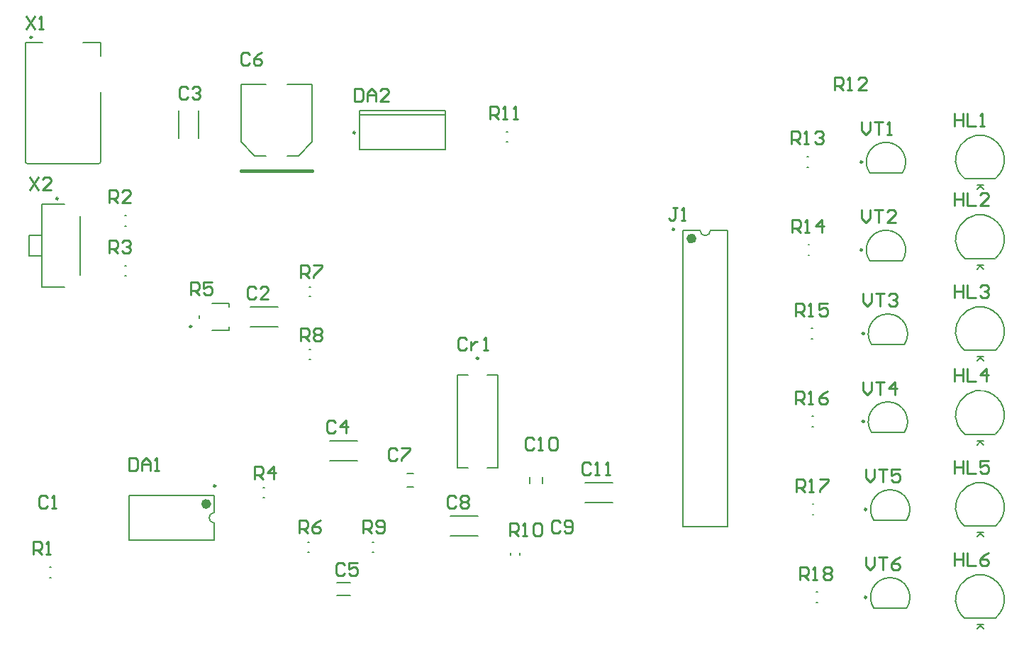
<source format=gto>
G04*
G04 #@! TF.GenerationSoftware,Altium Limited,Altium Designer,21.2.2 (38)*
G04*
G04 Layer_Color=65535*
%FSLAX25Y25*%
%MOIN*%
G70*
G04*
G04 #@! TF.SameCoordinates,D655011B-D58E-49C3-9971-1785A8161550*
G04*
G04*
G04 #@! TF.FilePolarity,Positive*
G04*
G01*
G75*
%ADD10C,0.00984*%
%ADD11C,0.00787*%
%ADD12C,0.02362*%
%ADD13C,0.01575*%
%ADD14C,0.00600*%
%ADD15C,0.01000*%
D10*
X48484Y338189D02*
G03*
X48484Y338189I-492J0D01*
G01*
X60787Y262303D02*
G03*
X60787Y262303I-492J0D01*
G01*
X200453Y293307D02*
G03*
X200453Y293307I-492J0D01*
G01*
X438760Y279528D02*
G03*
X438760Y279528I-492J0D01*
G01*
X350413Y247874D02*
G03*
X350413Y247874I-492J0D01*
G01*
X123524Y202165D02*
G03*
X123524Y202165I-492J0D01*
G01*
X438760Y238189D02*
G03*
X438760Y238189I-492J0D01*
G01*
X258366Y187205D02*
G03*
X258366Y187205I-492J0D01*
G01*
X439665Y198819D02*
G03*
X439665Y198819I-492J0D01*
G01*
Y157480D02*
G03*
X439665Y157480I-492J0D01*
G01*
X134783Y127205D02*
G03*
X134783Y127205I-492J0D01*
G01*
X440728Y116142D02*
G03*
X440728Y116142I-492J0D01*
G01*
Y74803D02*
G03*
X440728Y74803I-492J0D01*
G01*
D11*
X45276Y279724D02*
G03*
X46260Y278739I984J0D01*
G01*
X79724D02*
G03*
X80709Y279724I0J984D01*
G01*
X500679Y289918D02*
G03*
X486836Y271777I-6584J-9328D01*
G01*
X501404Y271820D02*
G03*
X500078Y290314I-7309J8771D01*
G01*
X457496Y274271D02*
G03*
X442269Y274270I-7614J5257D01*
G01*
X362421Y247441D02*
G03*
X367421Y247441I2500J0D01*
G01*
X500679Y252517D02*
G03*
X486836Y234376I-6584J-9328D01*
G01*
X501404Y234418D02*
G03*
X500078Y252913I-7309J8771D01*
G01*
X457496Y232932D02*
G03*
X442269Y232931I-7614J5257D01*
G01*
X500679Y209209D02*
G03*
X486836Y191069I-6584J-9328D01*
G01*
X501404Y191111D02*
G03*
X500078Y209606I-7309J8771D01*
G01*
X458401Y193562D02*
G03*
X443175Y193561I-7614J5257D01*
G01*
X500679Y169839D02*
G03*
X486836Y151698I-6584J-9328D01*
G01*
X501404Y151741D02*
G03*
X500078Y170235I-7309J8771D01*
G01*
X458401Y152224D02*
G03*
X443175Y152223I-7614J5257D01*
G01*
X134252Y114705D02*
G03*
X134252Y109705I0J-2500D01*
G01*
X500679Y126532D02*
G03*
X486836Y108391I-6584J-9328D01*
G01*
X501404Y108434D02*
G03*
X500078Y126928I-7309J8771D01*
G01*
X459464Y110885D02*
G03*
X444238Y110884I-7614J5257D01*
G01*
X500679Y83225D02*
G03*
X486836Y65084I-6584J-9328D01*
G01*
X501404Y65127D02*
G03*
X500078Y83621I-7309J8771D01*
G01*
X459464Y69547D02*
G03*
X444238Y69545I-7614J5257D01*
G01*
X180118Y288878D02*
Y315945D01*
X168504D02*
X180118D01*
X146654D02*
X158268D01*
X146654Y288878D02*
Y315945D01*
X168504Y282480D02*
X173721D01*
X180118Y288878D01*
X146654D02*
X153051Y282480D01*
X158268D01*
X45276Y279724D02*
Y335748D01*
X46260Y278740D02*
X79724D01*
X72441Y335748D02*
X80709D01*
Y279724D02*
Y312402D01*
Y329331D02*
Y335748D01*
X45276Y335827D02*
X53543D01*
X71004Y226417D02*
Y253898D01*
X53012Y220669D02*
Y259646D01*
X47106Y235236D02*
Y245079D01*
X53012D01*
X47106Y235236D02*
X53012D01*
Y259646D02*
X63780D01*
X53012Y220669D02*
X63780D01*
X92234Y254429D02*
X92806D01*
X92234Y249508D02*
X92806D01*
X271368Y293799D02*
X271939D01*
X271368Y288878D02*
X271939D01*
X126686Y290736D02*
Y303752D01*
X117409Y290736D02*
Y303752D01*
X202520Y285276D02*
Y303780D01*
X242677Y285276D02*
Y303780D01*
X202520Y285276D02*
X242677D01*
X202520Y303780D02*
X242677D01*
X202520Y301811D02*
X242677D01*
X487095Y271591D02*
X501095D01*
X412900Y281988D02*
X413471D01*
X412900Y277067D02*
X413471D01*
X92234Y230807D02*
X92806D01*
X92234Y225886D02*
X92806D01*
X442269Y274272D02*
X457495D01*
X354488Y108071D02*
X375354D01*
X367421Y247441D02*
X375354D01*
X354488D02*
X362421D01*
X375354Y108071D02*
Y247441D01*
X354488Y108071D02*
Y247441D01*
X178740Y220768D02*
X179528D01*
X178740Y216240D02*
X179528D01*
X133071Y212992D02*
X140945D01*
Y211417D02*
Y212992D01*
Y200394D02*
Y201969D01*
X133071Y200394D02*
X140945D01*
X127165Y205906D02*
Y207480D01*
X487095Y234189D02*
X501095D01*
X413300Y240650D02*
X413872D01*
X413300Y235728D02*
X413872D01*
X150972Y211331D02*
X163989D01*
X150972Y202055D02*
X163989D01*
X442269Y232933D02*
X457495D01*
X178740Y186713D02*
X179528D01*
X178740Y191240D02*
X179528D01*
X267382Y135630D02*
Y179331D01*
X248366Y135630D02*
Y179331D01*
X253347D01*
X262402D02*
X267382D01*
X248366Y135630D02*
X253347D01*
X262402D02*
X267382D01*
X487095Y190882D02*
X501095D01*
X414868Y201280D02*
X415440D01*
X414868Y196358D02*
X415440D01*
X288583Y128454D02*
Y131395D01*
X282284Y128454D02*
Y131395D01*
X224907Y126772D02*
X227848D01*
X224907Y133071D02*
X227848D01*
X443175Y193563D02*
X458400D01*
X308453Y128654D02*
X321469D01*
X308453Y119378D02*
X321469D01*
X157087Y121752D02*
X157874D01*
X157087Y126280D02*
X157874D01*
X188374Y148339D02*
X201390D01*
X188374Y139063D02*
X201390D01*
X487095Y151512D02*
X501095D01*
X415069Y159941D02*
X415640D01*
X415069Y155020D02*
X415640D01*
X245070Y103630D02*
X258086D01*
X245070Y112906D02*
X258086D01*
X443175Y152224D02*
X458400D01*
X273327Y94784D02*
Y95571D01*
X277854Y94784D02*
Y95571D01*
X208268Y100689D02*
X209055D01*
X208268Y96161D02*
X209055D01*
X178051Y100689D02*
X178839D01*
X178051Y96161D02*
X178839D01*
X56801Y84154D02*
X57373D01*
X56801Y89075D02*
X57373D01*
X94095Y101772D02*
Y122638D01*
X134252Y101772D02*
Y109705D01*
Y114705D02*
Y122638D01*
X94095Y101772D02*
X134252D01*
X94095Y122638D02*
X134252D01*
X191598Y75842D02*
X198183D01*
X191598Y81639D02*
X198183D01*
X487095Y108205D02*
X501095D01*
X415269Y118602D02*
X415840D01*
X415269Y113681D02*
X415840D01*
X444238Y110886D02*
X459463D01*
X487095Y64898D02*
X501095D01*
X417037Y77264D02*
X417609D01*
X417037Y72343D02*
X417609D01*
X444238Y69547D02*
X459463D01*
D12*
X359606Y243504D02*
G03*
X359606Y243504I-1181J0D01*
G01*
X131496Y118701D02*
G03*
X131496Y118701I-1181J0D01*
G01*
D13*
X146653Y275394D02*
X180118D01*
D14*
X495594Y268591D02*
X492594D01*
X493594D01*
X495594Y266591D01*
X494094Y268091D01*
X492594Y266591D01*
X495594Y231189D02*
X492594D01*
X493594D01*
X495594Y229190D01*
X494094Y230689D01*
X492594Y229190D01*
X495594Y187882D02*
X492594D01*
X493594D01*
X495594Y185883D01*
X494094Y187382D01*
X492594Y185883D01*
X495594Y148512D02*
X492594D01*
X493594D01*
X495594Y146512D01*
X494094Y148012D01*
X492594Y146512D01*
X495594Y105205D02*
X492594D01*
X493594D01*
X495594Y103205D01*
X494094Y104705D01*
X492594Y103205D01*
X495594Y61898D02*
X492594D01*
X493594D01*
X495594Y59898D01*
X494094Y61398D01*
X492594Y59898D01*
D15*
X47290Y272288D02*
X51288Y266290D01*
Y272288D02*
X47290Y266290D01*
X57287D02*
X53288D01*
X57287Y270288D01*
Y271288D01*
X56287Y272288D01*
X54287D01*
X53288Y271288D01*
X45790Y348188D02*
X49788Y342190D01*
Y348188D02*
X45790Y342190D01*
X51788D02*
X53787D01*
X52788D01*
Y348188D01*
X51788Y347188D01*
X440290Y93588D02*
Y89589D01*
X442289Y87590D01*
X444288Y89589D01*
Y93588D01*
X446288D02*
X450286D01*
X448287D01*
Y87590D01*
X456285Y93588D02*
X454285Y92588D01*
X452286Y90589D01*
Y88589D01*
X453286Y87590D01*
X455285D01*
X456285Y88589D01*
Y89589D01*
X455285Y90589D01*
X452286D01*
X440290Y134888D02*
Y130889D01*
X442289Y128890D01*
X444288Y130889D01*
Y134888D01*
X446288D02*
X450286D01*
X448287D01*
Y128890D01*
X456285Y134888D02*
X452286D01*
Y131889D01*
X454285Y132888D01*
X455285D01*
X456285Y131889D01*
Y129889D01*
X455285Y128890D01*
X453286D01*
X452286Y129889D01*
X439190Y176188D02*
Y172189D01*
X441189Y170190D01*
X443188Y172189D01*
Y176188D01*
X445188D02*
X449187D01*
X447187D01*
Y170190D01*
X454185D02*
Y176188D01*
X451186Y173189D01*
X455185D01*
X439190Y217588D02*
Y213589D01*
X441189Y211590D01*
X443188Y213589D01*
Y217588D01*
X445188D02*
X449187D01*
X447187D01*
Y211590D01*
X451186Y216588D02*
X452186Y217588D01*
X454185D01*
X455185Y216588D01*
Y215588D01*
X454185Y214589D01*
X453185D01*
X454185D01*
X455185Y213589D01*
Y212589D01*
X454185Y211590D01*
X452186D01*
X451186Y212589D01*
X438290Y256888D02*
Y252889D01*
X440289Y250890D01*
X442288Y252889D01*
Y256888D01*
X444288D02*
X448286D01*
X446287D01*
Y250890D01*
X454285D02*
X450286D01*
X454285Y254889D01*
Y255888D01*
X453285Y256888D01*
X451286D01*
X450286Y255888D01*
X438290Y298288D02*
Y294289D01*
X440289Y292290D01*
X442288Y294289D01*
Y298288D01*
X444288D02*
X448286D01*
X446287D01*
Y292290D01*
X450286D02*
X452285D01*
X451286D01*
Y298288D01*
X450286Y297288D01*
X405290Y287890D02*
Y293888D01*
X408289D01*
X409289Y292888D01*
Y290889D01*
X408289Y289889D01*
X405290D01*
X407289D02*
X409289Y287890D01*
X411288D02*
X413287D01*
X412288D01*
Y293888D01*
X411288Y292888D01*
X416286D02*
X417286Y293888D01*
X419285D01*
X420285Y292888D01*
Y291888D01*
X419285Y290889D01*
X418286D01*
X419285D01*
X420285Y289889D01*
Y288889D01*
X419285Y287890D01*
X417286D01*
X416286Y288889D01*
X407690Y124490D02*
Y130488D01*
X410689D01*
X411689Y129488D01*
Y127489D01*
X410689Y126489D01*
X407690D01*
X409689D02*
X411689Y124490D01*
X413688D02*
X415687D01*
X414687D01*
Y130488D01*
X413688Y129488D01*
X418686Y130488D02*
X422685D01*
Y129488D01*
X418686Y125489D01*
Y124490D01*
X407490Y165790D02*
Y171788D01*
X410489D01*
X411488Y170788D01*
Y168789D01*
X410489Y167789D01*
X407490D01*
X409489D02*
X411488Y165790D01*
X413488D02*
X415487D01*
X414488D01*
Y171788D01*
X413488Y170788D01*
X422485Y171788D02*
X420485Y170788D01*
X418486Y168789D01*
Y166789D01*
X419486Y165790D01*
X421485D01*
X422485Y166789D01*
Y167789D01*
X421485Y168789D01*
X418486D01*
X407290Y207190D02*
Y213188D01*
X410289D01*
X411288Y212188D01*
Y210189D01*
X410289Y209189D01*
X407290D01*
X409289D02*
X411288Y207190D01*
X413288D02*
X415287D01*
X414288D01*
Y213188D01*
X413288Y212188D01*
X422285Y213188D02*
X418286D01*
Y210189D01*
X420286Y211189D01*
X421285D01*
X422285Y210189D01*
Y208189D01*
X421285Y207190D01*
X419286D01*
X418286Y208189D01*
X405690Y246490D02*
Y252488D01*
X408689D01*
X409689Y251488D01*
Y249489D01*
X408689Y248489D01*
X405690D01*
X407689D02*
X409689Y246490D01*
X411688D02*
X413687D01*
X412687D01*
Y252488D01*
X411688Y251488D01*
X419685Y246490D02*
Y252488D01*
X416686Y249489D01*
X420685D01*
X425690Y313490D02*
Y319488D01*
X428689D01*
X429689Y318488D01*
Y316489D01*
X428689Y315489D01*
X425690D01*
X427689D02*
X429689Y313490D01*
X431688D02*
X433687D01*
X432688D01*
Y319488D01*
X431688Y318488D01*
X440685Y313490D02*
X436686D01*
X440685Y317489D01*
Y318488D01*
X439685Y319488D01*
X437686D01*
X436686Y318488D01*
X409490Y83090D02*
Y89088D01*
X412489D01*
X413488Y88088D01*
Y86089D01*
X412489Y85089D01*
X409490D01*
X411489D02*
X413488Y83090D01*
X415488D02*
X417487D01*
X416488D01*
Y89088D01*
X415488Y88088D01*
X420486D02*
X421486Y89088D01*
X423485D01*
X424485Y88088D01*
Y87089D01*
X423485Y86089D01*
X424485Y85089D01*
Y84089D01*
X423485Y83090D01*
X421486D01*
X420486Y84089D01*
Y85089D01*
X421486Y86089D01*
X420486Y87089D01*
Y88088D01*
X421486Y86089D02*
X423485D01*
X263790Y299690D02*
Y305688D01*
X266789D01*
X267789Y304688D01*
Y302689D01*
X266789Y301689D01*
X263790D01*
X265789D02*
X267789Y299690D01*
X269788D02*
X271787D01*
X270788D01*
Y305688D01*
X269788Y304688D01*
X274786Y299690D02*
X276786D01*
X275786D01*
Y305688D01*
X274786Y304688D01*
X273146Y103575D02*
Y109573D01*
X276145D01*
X277144Y108573D01*
Y106574D01*
X276145Y105574D01*
X273146D01*
X275145D02*
X277144Y103575D01*
X279144D02*
X281143D01*
X280143D01*
Y109573D01*
X279144Y108573D01*
X284142D02*
X285142Y109573D01*
X287141D01*
X288141Y108573D01*
Y104575D01*
X287141Y103575D01*
X285142D01*
X284142Y104575D01*
Y108573D01*
X204246Y104875D02*
Y110873D01*
X207245D01*
X208244Y109873D01*
Y107874D01*
X207245Y106874D01*
X204246D01*
X206245D02*
X208244Y104875D01*
X210244Y105875D02*
X211243Y104875D01*
X213243D01*
X214242Y105875D01*
Y109873D01*
X213243Y110873D01*
X211243D01*
X210244Y109873D01*
Y108873D01*
X211243Y107874D01*
X214242D01*
X174690Y195390D02*
Y201388D01*
X177689D01*
X178689Y200388D01*
Y198389D01*
X177689Y197389D01*
X174690D01*
X176689D02*
X178689Y195390D01*
X180688Y200388D02*
X181687Y201388D01*
X183687D01*
X184687Y200388D01*
Y199389D01*
X183687Y198389D01*
X184687Y197389D01*
Y196389D01*
X183687Y195390D01*
X181687D01*
X180688Y196389D01*
Y197389D01*
X181687Y198389D01*
X180688Y199389D01*
Y200388D01*
X181687Y198389D02*
X183687D01*
X174690Y224990D02*
Y230988D01*
X177689D01*
X178689Y229988D01*
Y227989D01*
X177689Y226989D01*
X174690D01*
X176689D02*
X178689Y224990D01*
X180688Y230988D02*
X184687D01*
Y229988D01*
X180688Y225989D01*
Y224990D01*
X174046Y104875D02*
Y110873D01*
X177045D01*
X178044Y109873D01*
Y107874D01*
X177045Y106874D01*
X174046D01*
X176045D02*
X178044Y104875D01*
X184042Y110873D02*
X182043Y109873D01*
X180044Y107874D01*
Y105875D01*
X181043Y104875D01*
X183043D01*
X184042Y105875D01*
Y106874D01*
X183043Y107874D01*
X180044D01*
X123090Y216890D02*
Y222888D01*
X126089D01*
X127088Y221888D01*
Y219889D01*
X126089Y218889D01*
X123090D01*
X125089D02*
X127088Y216890D01*
X133087Y222888D02*
X129088D01*
Y219889D01*
X131087Y220888D01*
X132087D01*
X133087Y219889D01*
Y217889D01*
X132087Y216890D01*
X130087D01*
X129088Y217889D01*
X153046Y130475D02*
Y136473D01*
X156045D01*
X157044Y135473D01*
Y133474D01*
X156045Y132474D01*
X153046D01*
X155045D02*
X157044Y130475D01*
X162043D02*
Y136473D01*
X159044Y133474D01*
X163042D01*
X84646Y236675D02*
Y242673D01*
X87645D01*
X88644Y241673D01*
Y239674D01*
X87645Y238674D01*
X84646D01*
X86645D02*
X88644Y236675D01*
X90644Y241673D02*
X91643Y242673D01*
X93643D01*
X94642Y241673D01*
Y240673D01*
X93643Y239674D01*
X92643D01*
X93643D01*
X94642Y238674D01*
Y237674D01*
X93643Y236675D01*
X91643D01*
X90644Y237674D01*
X84690Y260290D02*
Y266288D01*
X87689D01*
X88688Y265288D01*
Y263289D01*
X87689Y262289D01*
X84690D01*
X86689D02*
X88688Y260290D01*
X94687D02*
X90688D01*
X94687Y264288D01*
Y265288D01*
X93687Y266288D01*
X91688D01*
X90688Y265288D01*
X49246Y94975D02*
Y100973D01*
X52245D01*
X53244Y99973D01*
Y97974D01*
X52245Y96974D01*
X49246D01*
X51245D02*
X53244Y94975D01*
X55244D02*
X57243D01*
X56243D01*
Y100973D01*
X55244Y99973D01*
X351589Y257888D02*
X349589D01*
X350589D01*
Y252889D01*
X349589Y251890D01*
X348589D01*
X347590Y252889D01*
X353588Y251890D02*
X355587D01*
X354588D01*
Y257888D01*
X353588Y256888D01*
X482190Y95788D02*
Y89790D01*
Y92789D01*
X486189D01*
Y95788D01*
Y89790D01*
X488188Y95788D02*
Y89790D01*
X492186D01*
X498185Y95788D02*
X496185Y94788D01*
X494186Y92789D01*
Y90789D01*
X495186Y89790D01*
X497185D01*
X498185Y90789D01*
Y91789D01*
X497185Y92789D01*
X494186D01*
X482190Y139088D02*
Y133090D01*
Y136089D01*
X486189D01*
Y139088D01*
Y133090D01*
X488188Y139088D02*
Y133090D01*
X492186D01*
X498185Y139088D02*
X494186D01*
Y136089D01*
X496185Y137089D01*
X497185D01*
X498185Y136089D01*
Y134089D01*
X497185Y133090D01*
X495186D01*
X494186Y134089D01*
X482190Y182388D02*
Y176390D01*
Y179389D01*
X486189D01*
Y182388D01*
Y176390D01*
X488188Y182388D02*
Y176390D01*
X492186D01*
X497185D02*
Y182388D01*
X494186Y179389D01*
X498185D01*
X482190Y221788D02*
Y215790D01*
Y218789D01*
X486189D01*
Y221788D01*
Y215790D01*
X488188Y221788D02*
Y215790D01*
X492186D01*
X494186Y220788D02*
X495186Y221788D01*
X497185D01*
X498185Y220788D01*
Y219789D01*
X497185Y218789D01*
X496185D01*
X497185D01*
X498185Y217789D01*
Y216789D01*
X497185Y215790D01*
X495186D01*
X494186Y216789D01*
X482190Y265088D02*
Y259090D01*
Y262089D01*
X486189D01*
Y265088D01*
Y259090D01*
X488188Y265088D02*
Y259090D01*
X492186D01*
X498185D02*
X494186D01*
X498185Y263088D01*
Y264088D01*
X497185Y265088D01*
X495186D01*
X494186Y264088D01*
X482190Y302488D02*
Y296490D01*
Y299489D01*
X486189D01*
Y302488D01*
Y296490D01*
X488188Y302488D02*
Y296490D01*
X492186D01*
X494186D02*
X496185D01*
X495186D01*
Y302488D01*
X494186Y301488D01*
X199990Y313888D02*
Y307890D01*
X202989D01*
X203989Y308889D01*
Y312888D01*
X202989Y313888D01*
X199990D01*
X205988Y307890D02*
Y311889D01*
X207987Y313888D01*
X209986Y311889D01*
Y307890D01*
Y310889D01*
X205988D01*
X215985Y307890D02*
X211986D01*
X215985Y311889D01*
Y312888D01*
X214985Y313888D01*
X212986D01*
X211986Y312888D01*
X93990Y140388D02*
Y134390D01*
X96989D01*
X97988Y135389D01*
Y139388D01*
X96989Y140388D01*
X93990D01*
X99988Y134390D02*
Y138389D01*
X101987Y140388D01*
X103987Y138389D01*
Y134390D01*
Y137389D01*
X99988D01*
X105986Y134390D02*
X107985D01*
X106986D01*
Y140388D01*
X105986Y139388D01*
X252888Y196188D02*
X251889Y197188D01*
X249889D01*
X248890Y196188D01*
Y192189D01*
X249889Y191190D01*
X251889D01*
X252888Y192189D01*
X254888Y195188D02*
Y191190D01*
Y193189D01*
X255888Y194189D01*
X256887Y195188D01*
X257887D01*
X260886Y191190D02*
X262885D01*
X261886D01*
Y197188D01*
X260886Y196188D01*
X311088Y137488D02*
X310089Y138488D01*
X308089D01*
X307090Y137488D01*
Y133489D01*
X308089Y132490D01*
X310089D01*
X311088Y133489D01*
X313088Y132490D02*
X315087D01*
X314088D01*
Y138488D01*
X313088Y137488D01*
X318086Y132490D02*
X320086D01*
X319086D01*
Y138488D01*
X318086Y137488D01*
X284344Y149173D02*
X283345Y150173D01*
X281345D01*
X280346Y149173D01*
Y145175D01*
X281345Y144175D01*
X283345D01*
X284344Y145175D01*
X286344Y144175D02*
X288343D01*
X287343D01*
Y150173D01*
X286344Y149173D01*
X291342D02*
X292342Y150173D01*
X294341D01*
X295341Y149173D01*
Y145175D01*
X294341Y144175D01*
X292342D01*
X291342Y145175D01*
Y149173D01*
X296588Y109888D02*
X295589Y110888D01*
X293589D01*
X292590Y109888D01*
Y105889D01*
X293589Y104890D01*
X295589D01*
X296588Y105889D01*
X298588D02*
X299587Y104890D01*
X301587D01*
X302587Y105889D01*
Y109888D01*
X301587Y110888D01*
X299587D01*
X298588Y109888D01*
Y108888D01*
X299587Y107889D01*
X302587D01*
X247689Y121688D02*
X246689Y122688D01*
X244689D01*
X243690Y121688D01*
Y117689D01*
X244689Y116690D01*
X246689D01*
X247689Y117689D01*
X249688Y121688D02*
X250688Y122688D01*
X252687D01*
X253686Y121688D01*
Y120688D01*
X252687Y119689D01*
X253686Y118689D01*
Y117689D01*
X252687Y116690D01*
X250688D01*
X249688Y117689D01*
Y118689D01*
X250688Y119689D01*
X249688Y120688D01*
Y121688D01*
X250688Y119689D02*
X252687D01*
X220188Y143988D02*
X219189Y144988D01*
X217189D01*
X216190Y143988D01*
Y139989D01*
X217189Y138990D01*
X219189D01*
X220188Y139989D01*
X222188Y144988D02*
X226186D01*
Y143988D01*
X222188Y139989D01*
Y138990D01*
X150589Y330188D02*
X149589Y331188D01*
X147589D01*
X146590Y330188D01*
Y326189D01*
X147589Y325190D01*
X149589D01*
X150589Y326189D01*
X156587Y331188D02*
X154587Y330188D01*
X152588Y328189D01*
Y326189D01*
X153587Y325190D01*
X155587D01*
X156587Y326189D01*
Y327189D01*
X155587Y328189D01*
X152588D01*
X195444Y90073D02*
X194445Y91073D01*
X192445D01*
X191446Y90073D01*
Y86075D01*
X192445Y85075D01*
X194445D01*
X195444Y86075D01*
X201442Y91073D02*
X197444D01*
Y88074D01*
X199443Y89073D01*
X200443D01*
X201442Y88074D01*
Y86075D01*
X200443Y85075D01*
X198443D01*
X197444Y86075D01*
X190989Y157088D02*
X189989Y158088D01*
X187989D01*
X186990Y157088D01*
Y153089D01*
X187989Y152090D01*
X189989D01*
X190989Y153089D01*
X195987Y152090D02*
Y158088D01*
X192988Y155089D01*
X196986D01*
X121589Y314088D02*
X120589Y315088D01*
X118589D01*
X117590Y314088D01*
Y310089D01*
X118589Y309090D01*
X120589D01*
X121589Y310089D01*
X123588Y314088D02*
X124588Y315088D01*
X126587D01*
X127586Y314088D01*
Y313088D01*
X126587Y312089D01*
X125587D01*
X126587D01*
X127586Y311089D01*
Y310089D01*
X126587Y309090D01*
X124588D01*
X123588Y310089D01*
X153588Y220088D02*
X152589Y221088D01*
X150589D01*
X149590Y220088D01*
Y216089D01*
X150589Y215090D01*
X152589D01*
X153588Y216089D01*
X159587Y215090D02*
X155588D01*
X159587Y219089D01*
Y220088D01*
X158587Y221088D01*
X156588D01*
X155588Y220088D01*
X55888Y121688D02*
X54889Y122688D01*
X52889D01*
X51890Y121688D01*
Y117689D01*
X52889Y116690D01*
X54889D01*
X55888Y117689D01*
X57888Y116690D02*
X59887D01*
X58887D01*
Y122688D01*
X57888Y121688D01*
M02*

</source>
